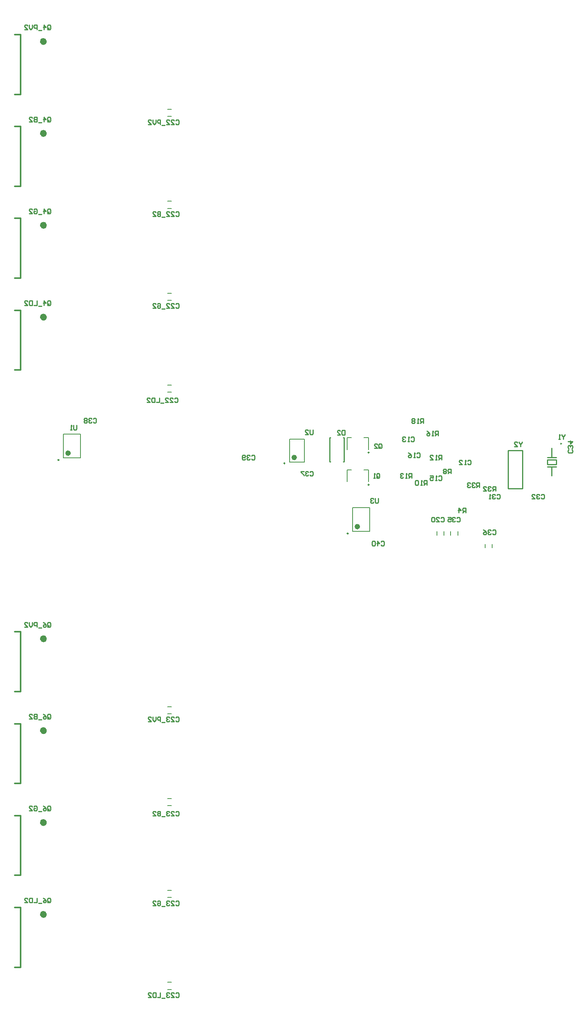
<source format=gbo>
G04 Layer_Color=32896*
%FSAX24Y24*%
%MOIN*%
G70*
G01*
G75*
%ADD29C,0.0100*%
%ADD30C,0.0120*%
%ADD52C,0.0394*%
%ADD53C,0.0098*%
%ADD54C,0.0236*%
%ADD56C,0.0079*%
D29*
X295315Y223425D02*
G03*
X295315Y223425I-000039J000000D01*
G01*
X294488Y220669D02*
Y221457D01*
X294094D02*
X294882D01*
X294094Y221654D02*
Y222047D01*
Y221654D02*
X294882D01*
Y222047D01*
X294094D02*
X294882D01*
X294488Y222244D02*
X294882D01*
X294094D02*
X294488D01*
Y223032D01*
X276693Y221890D02*
Y223937D01*
X275433Y221890D02*
Y223937D01*
X275512D01*
X276614D02*
X276693D01*
X276614Y221890D02*
X276693D01*
X275433D02*
X275512D01*
X290742Y219593D02*
X291992D01*
X290742Y222843D02*
X291992D01*
X290742Y219593D02*
Y222843D01*
X291992Y219593D02*
Y222843D01*
X279856Y215013D02*
X279921Y215079D01*
X280053D01*
X280118Y215013D01*
Y214751D01*
X280053Y214685D01*
X279921D01*
X279856Y214751D01*
X279528Y214685D02*
Y215079D01*
X279725Y214882D01*
X279462D01*
X279331Y215013D02*
X279265Y215079D01*
X279134D01*
X279069Y215013D01*
Y214751D01*
X279134Y214685D01*
X279265D01*
X279331Y214751D01*
Y215013D01*
X268745Y222392D02*
X268810Y222457D01*
X268942D01*
X269007Y222392D01*
Y222129D01*
X268942Y222064D01*
X268810D01*
X268745Y222129D01*
X268614Y222392D02*
X268548Y222457D01*
X268417D01*
X268351Y222392D01*
Y222326D01*
X268417Y222260D01*
X268482D01*
X268417D01*
X268351Y222195D01*
Y222129D01*
X268417Y222064D01*
X268548D01*
X268614Y222129D01*
X268220D02*
X268155Y222064D01*
X268023D01*
X267958Y222129D01*
Y222392D01*
X268023Y222457D01*
X268155D01*
X268220Y222392D01*
Y222326D01*
X268155Y222260D01*
X267958D01*
X255163Y225542D02*
X255229Y225607D01*
X255360D01*
X255426Y225542D01*
Y225279D01*
X255360Y225214D01*
X255229D01*
X255163Y225279D01*
X255032Y225542D02*
X254967Y225607D01*
X254835D01*
X254770Y225542D01*
Y225476D01*
X254835Y225410D01*
X254901D01*
X254835D01*
X254770Y225345D01*
Y225279D01*
X254835Y225214D01*
X254967D01*
X255032Y225279D01*
X254639Y225542D02*
X254573Y225607D01*
X254442D01*
X254376Y225542D01*
Y225476D01*
X254442Y225410D01*
X254376Y225345D01*
Y225279D01*
X254442Y225214D01*
X254573D01*
X254639Y225279D01*
Y225345D01*
X254573Y225410D01*
X254639Y225476D01*
Y225542D01*
X254573Y225410D02*
X254442D01*
X273753Y220997D02*
X273819Y221063D01*
X273950D01*
X274016Y220997D01*
Y220735D01*
X273950Y220669D01*
X273819D01*
X273753Y220735D01*
X273622Y220997D02*
X273557Y221063D01*
X273425D01*
X273360Y220997D01*
Y220932D01*
X273425Y220866D01*
X273491D01*
X273425D01*
X273360Y220800D01*
Y220735D01*
X273425Y220669D01*
X273557D01*
X273622Y220735D01*
X273229Y221063D02*
X272966D01*
Y220997D01*
X273229Y220735D01*
Y220669D01*
X251258Y251096D02*
Y251358D01*
X251323Y251424D01*
X251454D01*
X251520Y251358D01*
Y251096D01*
X251454Y251030D01*
X251323D01*
X251389Y251161D02*
X251258Y251030D01*
X251323D02*
X251258Y251096D01*
X250930Y251030D02*
Y251424D01*
X251126Y251227D01*
X250864D01*
X250733Y250964D02*
X250470D01*
X250339Y251424D02*
Y251030D01*
X250142D01*
X250077Y251096D01*
Y251161D01*
X250142Y251227D01*
X250339D01*
X250142D01*
X250077Y251292D01*
Y251358D01*
X250142Y251424D01*
X250339D01*
X249683Y251030D02*
X249946D01*
X249683Y251292D01*
Y251358D01*
X249749Y251424D01*
X249880D01*
X249946Y251358D01*
X251258Y243226D02*
Y243488D01*
X251323Y243554D01*
X251454D01*
X251520Y243488D01*
Y243226D01*
X251454Y243160D01*
X251323D01*
X251389Y243291D02*
X251258Y243160D01*
X251323D02*
X251258Y243226D01*
X250930Y243160D02*
Y243554D01*
X251126Y243357D01*
X250864D01*
X250733Y243094D02*
X250470D01*
X250077Y243488D02*
X250142Y243554D01*
X250274D01*
X250339Y243488D01*
Y243226D01*
X250274Y243160D01*
X250142D01*
X250077Y243226D01*
Y243357D01*
X250208D01*
X249683Y243160D02*
X249946D01*
X249683Y243422D01*
Y243488D01*
X249749Y243554D01*
X249880D01*
X249946Y243488D01*
X251258Y235346D02*
Y235608D01*
X251323Y235674D01*
X251454D01*
X251520Y235608D01*
Y235346D01*
X251454Y235280D01*
X251323D01*
X251389Y235411D02*
X251258Y235280D01*
X251323D02*
X251258Y235346D01*
X250930Y235280D02*
Y235674D01*
X251126Y235477D01*
X250864D01*
X250733Y235214D02*
X250470D01*
X250339Y235674D02*
Y235280D01*
X250077D01*
X249946Y235674D02*
Y235280D01*
X249749D01*
X249683Y235346D01*
Y235608D01*
X249749Y235674D01*
X249946D01*
X249290Y235280D02*
X249552D01*
X249290Y235542D01*
Y235608D01*
X249355Y235674D01*
X249487D01*
X249552Y235608D01*
X251258Y258976D02*
Y259238D01*
X251323Y259304D01*
X251454D01*
X251520Y259238D01*
Y258976D01*
X251454Y258910D01*
X251323D01*
X251389Y259041D02*
X251258Y258910D01*
X251323D02*
X251258Y258976D01*
X250930Y258910D02*
Y259304D01*
X251126Y259107D01*
X250864D01*
X250733Y258844D02*
X250470D01*
X250339Y258910D02*
Y259304D01*
X250142D01*
X250077Y259238D01*
Y259107D01*
X250142Y259041D01*
X250339D01*
X249946Y259304D02*
Y259041D01*
X249815Y258910D01*
X249683Y259041D01*
Y259304D01*
X249290Y258910D02*
X249552D01*
X249290Y259172D01*
Y259238D01*
X249355Y259304D01*
X249487D01*
X249552Y259238D01*
X251258Y199916D02*
Y200178D01*
X251323Y200244D01*
X251454D01*
X251520Y200178D01*
Y199916D01*
X251454Y199850D01*
X251323D01*
X251389Y199981D02*
X251258Y199850D01*
X251323D02*
X251258Y199916D01*
X250864Y200244D02*
X250995Y200178D01*
X251126Y200047D01*
Y199916D01*
X251061Y199850D01*
X250930D01*
X250864Y199916D01*
Y199981D01*
X250930Y200047D01*
X251126D01*
X250733Y199784D02*
X250470D01*
X250339Y200244D02*
Y199850D01*
X250142D01*
X250077Y199916D01*
Y199981D01*
X250142Y200047D01*
X250339D01*
X250142D01*
X250077Y200112D01*
Y200178D01*
X250142Y200244D01*
X250339D01*
X249683Y199850D02*
X249946D01*
X249683Y200112D01*
Y200178D01*
X249749Y200244D01*
X249880D01*
X249946Y200178D01*
X251258Y192046D02*
Y192308D01*
X251323Y192374D01*
X251454D01*
X251520Y192308D01*
Y192046D01*
X251454Y191980D01*
X251323D01*
X251389Y192111D02*
X251258Y191980D01*
X251323D02*
X251258Y192046D01*
X250864Y192374D02*
X250995Y192308D01*
X251126Y192177D01*
Y192046D01*
X251061Y191980D01*
X250930D01*
X250864Y192046D01*
Y192111D01*
X250930Y192177D01*
X251126D01*
X250733Y191914D02*
X250470D01*
X250077Y192308D02*
X250142Y192374D01*
X250274D01*
X250339Y192308D01*
Y192046D01*
X250274Y191980D01*
X250142D01*
X250077Y192046D01*
Y192177D01*
X250208D01*
X249683Y191980D02*
X249946D01*
X249683Y192242D01*
Y192308D01*
X249749Y192374D01*
X249880D01*
X249946Y192308D01*
X251258Y184166D02*
Y184428D01*
X251323Y184494D01*
X251454D01*
X251520Y184428D01*
Y184166D01*
X251454Y184100D01*
X251323D01*
X251389Y184231D02*
X251258Y184100D01*
X251323D02*
X251258Y184166D01*
X250864Y184494D02*
X250995Y184428D01*
X251126Y184297D01*
Y184166D01*
X251061Y184100D01*
X250930D01*
X250864Y184166D01*
Y184231D01*
X250930Y184297D01*
X251126D01*
X250733Y184034D02*
X250470D01*
X250339Y184494D02*
Y184100D01*
X250077D01*
X249946Y184494D02*
Y184100D01*
X249749D01*
X249683Y184166D01*
Y184428D01*
X249749Y184494D01*
X249946D01*
X249290Y184100D02*
X249552D01*
X249290Y184362D01*
Y184428D01*
X249355Y184494D01*
X249487D01*
X249552Y184428D01*
X251258Y207786D02*
Y208048D01*
X251323Y208114D01*
X251454D01*
X251520Y208048D01*
Y207786D01*
X251454Y207720D01*
X251323D01*
X251389Y207851D02*
X251258Y207720D01*
X251323D02*
X251258Y207786D01*
X250864Y208114D02*
X250995Y208048D01*
X251126Y207917D01*
Y207786D01*
X251061Y207720D01*
X250930D01*
X250864Y207786D01*
Y207851D01*
X250930Y207917D01*
X251126D01*
X250733Y207654D02*
X250470D01*
X250339Y207720D02*
Y208114D01*
X250142D01*
X250077Y208048D01*
Y207917D01*
X250142Y207851D01*
X250339D01*
X249946Y208114D02*
Y207851D01*
X249815Y207720D01*
X249683Y207851D01*
Y208114D01*
X249290Y207720D02*
X249552D01*
X249290Y207982D01*
Y208048D01*
X249355Y208114D01*
X249487D01*
X249552Y208048D01*
X287277Y221962D02*
X287343Y222027D01*
X287474D01*
X287539Y221962D01*
Y221699D01*
X287474Y221634D01*
X287343D01*
X287277Y221699D01*
X287146Y221634D02*
X287015D01*
X287080D01*
Y222027D01*
X287146Y221962D01*
X286555Y221634D02*
X286818D01*
X286555Y221896D01*
Y221962D01*
X286621Y222027D01*
X286752D01*
X286818Y221962D01*
X282415Y223950D02*
X282480Y224016D01*
X282612D01*
X282677Y223950D01*
Y223688D01*
X282612Y223622D01*
X282480D01*
X282415Y223688D01*
X282284Y223622D02*
X282152D01*
X282218D01*
Y224016D01*
X282284Y223950D01*
X281956D02*
X281890Y224016D01*
X281759D01*
X281693Y223950D01*
Y223884D01*
X281759Y223819D01*
X281824D01*
X281759D01*
X281693Y223753D01*
Y223688D01*
X281759Y223622D01*
X281890D01*
X281956Y223688D01*
X284777Y220604D02*
X284843Y220669D01*
X284974D01*
X285039Y220604D01*
Y220341D01*
X284974Y220276D01*
X284843D01*
X284777Y220341D01*
X284646Y220276D02*
X284515D01*
X284580D01*
Y220669D01*
X284646Y220604D01*
X284055Y220669D02*
X284318D01*
Y220472D01*
X284187Y220538D01*
X284121D01*
X284055Y220472D01*
Y220341D01*
X284121Y220276D01*
X284252D01*
X284318Y220341D01*
X282907Y222572D02*
X282973Y222638D01*
X283104D01*
X283169Y222572D01*
Y222310D01*
X283104Y222244D01*
X282973D01*
X282907Y222310D01*
X282776Y222244D02*
X282645D01*
X282710D01*
Y222638D01*
X282776Y222572D01*
X282185Y222638D02*
X282317Y222572D01*
X282448Y222441D01*
Y222310D01*
X282382Y222244D01*
X282251D01*
X282185Y222310D01*
Y222375D01*
X282251Y222441D01*
X282448D01*
X284974Y217060D02*
X285039Y217126D01*
X285171D01*
X285236Y217060D01*
Y216798D01*
X285171Y216732D01*
X285039D01*
X284974Y216798D01*
X284580Y216732D02*
X284843D01*
X284580Y216995D01*
Y217060D01*
X284646Y217126D01*
X284777D01*
X284843Y217060D01*
X284449D02*
X284383Y217126D01*
X284252D01*
X284187Y217060D01*
Y216798D01*
X284252Y216732D01*
X284383D01*
X284449Y216798D01*
Y217060D01*
X262238Y243241D02*
X262303Y243307D01*
X262434D01*
X262500Y243241D01*
Y242979D01*
X262434Y242913D01*
X262303D01*
X262238Y242979D01*
X261844Y242913D02*
X262106D01*
X261844Y243176D01*
Y243241D01*
X261910Y243307D01*
X262041D01*
X262106Y243241D01*
X261450Y242913D02*
X261713D01*
X261450Y243176D01*
Y243241D01*
X261516Y243307D01*
X261647D01*
X261713Y243241D01*
X261319Y242848D02*
X261057D01*
X260926Y243307D02*
Y242913D01*
X260729D01*
X260663Y242979D01*
Y243045D01*
X260729Y243110D01*
X260926D01*
X260729D01*
X260663Y243176D01*
Y243241D01*
X260729Y243307D01*
X260926D01*
X260270Y242913D02*
X260532D01*
X260270Y243176D01*
Y243241D01*
X260335Y243307D01*
X260467D01*
X260532Y243241D01*
X262238Y235367D02*
X262303Y235433D01*
X262434D01*
X262500Y235367D01*
Y235105D01*
X262434Y235039D01*
X262303D01*
X262238Y235105D01*
X261844Y235039D02*
X262106D01*
X261844Y235302D01*
Y235367D01*
X261910Y235433D01*
X262041D01*
X262106Y235367D01*
X261450Y235039D02*
X261713D01*
X261450Y235302D01*
Y235367D01*
X261516Y235433D01*
X261647D01*
X261713Y235367D01*
X261319Y234974D02*
X261057D01*
X260663Y235367D02*
X260729Y235433D01*
X260860D01*
X260926Y235367D01*
Y235105D01*
X260860Y235039D01*
X260729D01*
X260663Y235105D01*
Y235236D01*
X260795D01*
X260270Y235039D02*
X260532D01*
X260270Y235302D01*
Y235367D01*
X260335Y235433D01*
X260467D01*
X260532Y235367D01*
X262139Y227296D02*
X262205Y227362D01*
X262336D01*
X262402Y227296D01*
Y227034D01*
X262336Y226968D01*
X262205D01*
X262139Y227034D01*
X261746Y226968D02*
X262008D01*
X261746Y227231D01*
Y227296D01*
X261811Y227362D01*
X261942D01*
X262008Y227296D01*
X261352Y226968D02*
X261614D01*
X261352Y227231D01*
Y227296D01*
X261418Y227362D01*
X261549D01*
X261614Y227296D01*
X261221Y226903D02*
X260958D01*
X260827Y227362D02*
Y226968D01*
X260565D01*
X260434Y227362D02*
Y226968D01*
X260237D01*
X260171Y227034D01*
Y227296D01*
X260237Y227362D01*
X260434D01*
X259778Y226968D02*
X260040D01*
X259778Y227231D01*
Y227296D01*
X259843Y227362D01*
X259975D01*
X260040Y227296D01*
X262238Y251115D02*
X262303Y251181D01*
X262434D01*
X262500Y251115D01*
Y250853D01*
X262434Y250787D01*
X262303D01*
X262238Y250853D01*
X261844Y250787D02*
X262106D01*
X261844Y251050D01*
Y251115D01*
X261910Y251181D01*
X262041D01*
X262106Y251115D01*
X261450Y250787D02*
X261713D01*
X261450Y251050D01*
Y251115D01*
X261516Y251181D01*
X261647D01*
X261713Y251115D01*
X261319Y250722D02*
X261057D01*
X260926Y250787D02*
Y251181D01*
X260729D01*
X260663Y251115D01*
Y250984D01*
X260729Y250919D01*
X260926D01*
X260532Y251181D02*
Y250919D01*
X260401Y250787D01*
X260270Y250919D01*
Y251181D01*
X259876Y250787D02*
X260139D01*
X259876Y251050D01*
Y251115D01*
X259942Y251181D01*
X260073D01*
X260139Y251115D01*
X262238Y191863D02*
X262303Y191929D01*
X262434D01*
X262500Y191863D01*
Y191601D01*
X262434Y191535D01*
X262303D01*
X262238Y191601D01*
X261844Y191535D02*
X262106D01*
X261844Y191798D01*
Y191863D01*
X261910Y191929D01*
X262041D01*
X262106Y191863D01*
X261713D02*
X261647Y191929D01*
X261516D01*
X261450Y191863D01*
Y191798D01*
X261516Y191732D01*
X261582D01*
X261516D01*
X261450Y191667D01*
Y191601D01*
X261516Y191535D01*
X261647D01*
X261713Y191601D01*
X261319Y191470D02*
X261057D01*
X260926Y191929D02*
Y191535D01*
X260729D01*
X260663Y191601D01*
Y191667D01*
X260729Y191732D01*
X260926D01*
X260729D01*
X260663Y191798D01*
Y191863D01*
X260729Y191929D01*
X260926D01*
X260270Y191535D02*
X260532D01*
X260270Y191798D01*
Y191863D01*
X260335Y191929D01*
X260467D01*
X260532Y191863D01*
X262238Y184186D02*
X262303Y184252D01*
X262434D01*
X262500Y184186D01*
Y183924D01*
X262434Y183858D01*
X262303D01*
X262238Y183924D01*
X261844Y183858D02*
X262106D01*
X261844Y184121D01*
Y184186D01*
X261910Y184252D01*
X262041D01*
X262106Y184186D01*
X261713D02*
X261647Y184252D01*
X261516D01*
X261450Y184186D01*
Y184121D01*
X261516Y184055D01*
X261582D01*
X261516D01*
X261450Y183989D01*
Y183924D01*
X261516Y183858D01*
X261647D01*
X261713Y183924D01*
X261319Y183793D02*
X261057D01*
X260663Y184186D02*
X260729Y184252D01*
X260860D01*
X260926Y184186D01*
Y183924D01*
X260860Y183858D01*
X260729D01*
X260663Y183924D01*
Y184055D01*
X260795D01*
X260270Y183858D02*
X260532D01*
X260270Y184121D01*
Y184186D01*
X260335Y184252D01*
X260467D01*
X260532Y184186D01*
X262238Y176312D02*
X262303Y176378D01*
X262434D01*
X262500Y176312D01*
Y176050D01*
X262434Y175984D01*
X262303D01*
X262238Y176050D01*
X261844Y175984D02*
X262106D01*
X261844Y176247D01*
Y176312D01*
X261910Y176378D01*
X262041D01*
X262106Y176312D01*
X261713D02*
X261647Y176378D01*
X261516D01*
X261450Y176312D01*
Y176247D01*
X261516Y176181D01*
X261582D01*
X261516D01*
X261450Y176115D01*
Y176050D01*
X261516Y175984D01*
X261647D01*
X261713Y176050D01*
X261319Y175919D02*
X261057D01*
X260926Y176378D02*
Y175984D01*
X260663D01*
X260532Y176378D02*
Y175984D01*
X260335D01*
X260270Y176050D01*
Y176312D01*
X260335Y176378D01*
X260532D01*
X259876Y175984D02*
X260139D01*
X259876Y176247D01*
Y176312D01*
X259942Y176378D01*
X260073D01*
X260139Y176312D01*
X262238Y199934D02*
X262303Y200000D01*
X262434D01*
X262500Y199934D01*
Y199672D01*
X262434Y199606D01*
X262303D01*
X262238Y199672D01*
X261844Y199606D02*
X262106D01*
X261844Y199869D01*
Y199934D01*
X261910Y200000D01*
X262041D01*
X262106Y199934D01*
X261713D02*
X261647Y200000D01*
X261516D01*
X261450Y199934D01*
Y199869D01*
X261516Y199803D01*
X261582D01*
X261516D01*
X261450Y199737D01*
Y199672D01*
X261516Y199606D01*
X261647D01*
X261713Y199672D01*
X261319Y199541D02*
X261057D01*
X260926Y199606D02*
Y200000D01*
X260729D01*
X260663Y199934D01*
Y199803D01*
X260729Y199737D01*
X260926D01*
X260532Y200000D02*
Y199737D01*
X260401Y199606D01*
X260270Y199737D01*
Y200000D01*
X259876Y199606D02*
X260139D01*
X259876Y199869D01*
Y199934D01*
X259942Y200000D01*
X260073D01*
X260139Y199934D01*
X289777Y219029D02*
X289843Y219094D01*
X289974D01*
X290039Y219029D01*
Y218766D01*
X289974Y218701D01*
X289843D01*
X289777Y218766D01*
X289646Y219029D02*
X289580Y219094D01*
X289449D01*
X289383Y219029D01*
Y218963D01*
X289449Y218898D01*
X289515D01*
X289449D01*
X289383Y218832D01*
Y218766D01*
X289449Y218701D01*
X289580D01*
X289646Y218766D01*
X289252Y218701D02*
X289121D01*
X289187D01*
Y219094D01*
X289252Y219029D01*
X293576D02*
X293642Y219094D01*
X293773D01*
X293839Y219029D01*
Y218766D01*
X293773Y218701D01*
X293642D01*
X293576Y218766D01*
X293445Y219029D02*
X293379Y219094D01*
X293248D01*
X293183Y219029D01*
Y218963D01*
X293248Y218898D01*
X293314D01*
X293248D01*
X293183Y218832D01*
Y218766D01*
X293248Y218701D01*
X293379D01*
X293445Y218766D01*
X292789Y218701D02*
X293051D01*
X292789Y218963D01*
Y219029D01*
X292855Y219094D01*
X292986D01*
X293051Y219029D01*
X296194Y222900D02*
X296260Y222835D01*
Y222703D01*
X296194Y222638D01*
X295932D01*
X295866Y222703D01*
Y222835D01*
X295932Y222900D01*
X296194Y223031D02*
X296260Y223097D01*
Y223228D01*
X296194Y223294D01*
X296129D01*
X296063Y223228D01*
Y223163D01*
Y223228D01*
X295997Y223294D01*
X295932D01*
X295866Y223228D01*
Y223097D01*
X295932Y223031D01*
X295866Y223622D02*
X296260D01*
X296063Y223425D01*
Y223687D01*
X286352Y217060D02*
X286417Y217126D01*
X286549D01*
X286614Y217060D01*
Y216798D01*
X286549Y216732D01*
X286417D01*
X286352Y216798D01*
X286221Y217060D02*
X286155Y217126D01*
X286024D01*
X285958Y217060D01*
Y216995D01*
X286024Y216929D01*
X286089D01*
X286024D01*
X285958Y216863D01*
Y216798D01*
X286024Y216732D01*
X286155D01*
X286221Y216798D01*
X285565Y217126D02*
X285827D01*
Y216929D01*
X285696Y216995D01*
X285630D01*
X285565Y216929D01*
Y216798D01*
X285630Y216732D01*
X285761D01*
X285827Y216798D01*
X289403Y215978D02*
X289469Y216043D01*
X289600D01*
X289665Y215978D01*
Y215715D01*
X289600Y215650D01*
X289469D01*
X289403Y215715D01*
X289272Y215978D02*
X289206Y216043D01*
X289075D01*
X289009Y215978D01*
Y215912D01*
X289075Y215846D01*
X289141D01*
X289075D01*
X289009Y215781D01*
Y215715D01*
X289075Y215650D01*
X289206D01*
X289272Y215715D01*
X288616Y216043D02*
X288747Y215978D01*
X288878Y215846D01*
Y215715D01*
X288813Y215650D01*
X288681D01*
X288616Y215715D01*
Y215781D01*
X288681Y215846D01*
X288878D01*
X276752Y224586D02*
Y224193D01*
X276555D01*
X276490Y224259D01*
Y224521D01*
X276555Y224586D01*
X276752D01*
X276096Y224193D02*
X276358D01*
X276096Y224455D01*
Y224521D01*
X276162Y224586D01*
X276293D01*
X276358Y224521D01*
X279462Y220538D02*
Y220800D01*
X279528Y220866D01*
X279659D01*
X279724Y220800D01*
Y220538D01*
X279659Y220472D01*
X279528D01*
X279593Y220604D02*
X279462Y220472D01*
X279528D02*
X279462Y220538D01*
X279331Y220472D02*
X279200D01*
X279265D01*
Y220866D01*
X279331Y220800D01*
X279659Y223097D02*
Y223359D01*
X279724Y223425D01*
X279856D01*
X279921Y223359D01*
Y223097D01*
X279856Y223032D01*
X279724D01*
X279790Y223163D02*
X279659Y223032D01*
X279724D02*
X279659Y223097D01*
X279265Y223032D02*
X279528D01*
X279265Y223294D01*
Y223359D01*
X279331Y223425D01*
X279462D01*
X279528Y223359D01*
X287106Y217520D02*
Y217913D01*
X286910D01*
X286844Y217848D01*
Y217716D01*
X286910Y217651D01*
X287106D01*
X286975D02*
X286844Y217520D01*
X286516D02*
Y217913D01*
X286713Y217716D01*
X286450D01*
X285827Y220866D02*
Y221260D01*
X285630D01*
X285564Y221194D01*
Y221063D01*
X285630Y220997D01*
X285827D01*
X285696D02*
X285564Y220866D01*
X285433Y221194D02*
X285368Y221260D01*
X285236D01*
X285171Y221194D01*
Y221129D01*
X285236Y221063D01*
X285171Y220997D01*
Y220932D01*
X285236Y220866D01*
X285368D01*
X285433Y220932D01*
Y220997D01*
X285368Y221063D01*
X285433Y221129D01*
Y221194D01*
X285368Y221063D02*
X285236D01*
X283760Y219882D02*
Y220275D01*
X283563D01*
X283497Y220210D01*
Y220079D01*
X283563Y220013D01*
X283760D01*
X283629D02*
X283497Y219882D01*
X283366D02*
X283235D01*
X283301D01*
Y220275D01*
X283366Y220210D01*
X283038D02*
X282973Y220275D01*
X282841D01*
X282776Y220210D01*
Y219947D01*
X282841Y219882D01*
X282973D01*
X283038Y219947D01*
Y220210D01*
X285039Y222047D02*
Y222441D01*
X284843D01*
X284777Y222375D01*
Y222244D01*
X284843Y222178D01*
X285039D01*
X284908D02*
X284777Y222047D01*
X284646D02*
X284515D01*
X284580D01*
Y222441D01*
X284646Y222375D01*
X284055Y222047D02*
X284318D01*
X284055Y222310D01*
Y222375D01*
X284121Y222441D01*
X284252D01*
X284318Y222375D01*
X282480Y220472D02*
Y220866D01*
X282284D01*
X282218Y220800D01*
Y220669D01*
X282284Y220604D01*
X282480D01*
X282349D02*
X282218Y220472D01*
X282087D02*
X281956D01*
X282021D01*
Y220866D01*
X282087Y220800D01*
X281759D02*
X281693Y220866D01*
X281562D01*
X281496Y220800D01*
Y220735D01*
X281562Y220669D01*
X281628D01*
X281562D01*
X281496Y220604D01*
Y220538D01*
X281562Y220472D01*
X281693D01*
X281759Y220538D01*
X284744Y224114D02*
Y224508D01*
X284547D01*
X284482Y224442D01*
Y224311D01*
X284547Y224245D01*
X284744D01*
X284613D02*
X284482Y224114D01*
X284351D02*
X284219D01*
X284285D01*
Y224508D01*
X284351Y224442D01*
X283760Y224508D02*
X283891Y224442D01*
X284023Y224311D01*
Y224180D01*
X283957Y224114D01*
X283826D01*
X283760Y224180D01*
Y224245D01*
X283826Y224311D01*
X284023D01*
X283465Y225197D02*
Y225590D01*
X283268D01*
X283202Y225525D01*
Y225394D01*
X283268Y225328D01*
X283465D01*
X283333D02*
X283202Y225197D01*
X283071D02*
X282940D01*
X283005D01*
Y225590D01*
X283071Y225525D01*
X282743D02*
X282677Y225590D01*
X282546D01*
X282481Y225525D01*
Y225459D01*
X282546Y225394D01*
X282481Y225328D01*
Y225262D01*
X282546Y225197D01*
X282677D01*
X282743Y225262D01*
Y225328D01*
X282677Y225394D01*
X282743Y225459D01*
Y225525D01*
X282677Y225394D02*
X282546D01*
X289665Y219370D02*
Y219764D01*
X289469D01*
X289403Y219698D01*
Y219567D01*
X289469Y219501D01*
X289665D01*
X289534D02*
X289403Y219370D01*
X289272Y219698D02*
X289206Y219764D01*
X289075D01*
X289009Y219698D01*
Y219632D01*
X289075Y219567D01*
X289141D01*
X289075D01*
X289009Y219501D01*
Y219436D01*
X289075Y219370D01*
X289206D01*
X289272Y219436D01*
X288616Y219370D02*
X288878D01*
X288616Y219632D01*
Y219698D01*
X288681Y219764D01*
X288813D01*
X288878Y219698D01*
X288287Y219685D02*
Y220079D01*
X288091D01*
X288025Y220013D01*
Y219882D01*
X288091Y219816D01*
X288287D01*
X288156D02*
X288025Y219685D01*
X287894Y220013D02*
X287828Y220079D01*
X287697D01*
X287631Y220013D01*
Y219947D01*
X287697Y219882D01*
X287763D01*
X287697D01*
X287631Y219816D01*
Y219751D01*
X287697Y219685D01*
X287828D01*
X287894Y219751D01*
X287500Y220013D02*
X287435Y220079D01*
X287303D01*
X287238Y220013D01*
Y219947D01*
X287303Y219882D01*
X287369D01*
X287303D01*
X287238Y219816D01*
Y219751D01*
X287303Y219685D01*
X287435D01*
X287500Y219751D01*
X253740Y225000D02*
Y224672D01*
X253675Y224606D01*
X253543D01*
X253478Y224672D01*
Y225000D01*
X253347Y224606D02*
X253215D01*
X253281D01*
Y225000D01*
X253347Y224934D01*
X274000Y224624D02*
Y224296D01*
X273935Y224230D01*
X273804D01*
X273738Y224296D01*
Y224624D01*
X273344Y224230D02*
X273607D01*
X273344Y224492D01*
Y224558D01*
X273410Y224624D01*
X273541D01*
X273607Y224558D01*
X279598Y218732D02*
Y218404D01*
X279532Y218339D01*
X279401D01*
X279335Y218404D01*
Y218732D01*
X279204Y218667D02*
X279139Y218732D01*
X279007D01*
X278942Y218667D01*
Y218601D01*
X279007Y218536D01*
X279073D01*
X279007D01*
X278942Y218470D01*
Y218404D01*
X279007Y218339D01*
X279139D01*
X279204Y218404D01*
X295609Y224207D02*
Y224141D01*
X295478Y224010D01*
X295347Y224141D01*
Y224207D01*
X295478Y224010D02*
Y223813D01*
X295216D02*
X295085D01*
X295150D01*
Y224207D01*
X295216Y224141D01*
X291942Y223584D02*
Y223518D01*
X291810Y223387D01*
X291679Y223518D01*
Y223584D01*
X291810Y223387D02*
Y223190D01*
X291286D02*
X291548D01*
X291286Y223452D01*
Y223518D01*
X291351Y223584D01*
X291482D01*
X291548Y223518D01*
D30*
X248435Y202181D02*
X248927D01*
Y207299D01*
X248435D02*
X248927D01*
X248435Y183677D02*
X248927D01*
Y178559D02*
Y183677D01*
X248435Y178559D02*
X248927D01*
X248435Y186433D02*
X248927D01*
Y191551D01*
X248435D02*
X248927D01*
X248435Y199425D02*
X248927D01*
Y194307D02*
Y199425D01*
X248435Y194307D02*
X248927D01*
X248435Y253362D02*
X248927D01*
Y258480D01*
X248435D02*
X248927D01*
X248435Y234858D02*
X248927D01*
Y229740D02*
Y234858D01*
X248435Y229740D02*
X248927D01*
X248435Y237614D02*
X248927D01*
Y242732D01*
X248435D02*
X248927D01*
X248435Y250606D02*
X248927D01*
Y245488D02*
Y250606D01*
X248435Y245488D02*
X248927D01*
D52*
X250994Y206709D02*
G03*
X250994Y206709I-000098J000000D01*
G01*
Y183087D02*
G03*
X250994Y183087I-000098J000000D01*
G01*
Y190961D02*
G03*
X250994Y190961I-000098J000000D01*
G01*
Y198835D02*
G03*
X250994Y198835I-000098J000000D01*
G01*
Y257890D02*
G03*
X250994Y257890I-000098J000000D01*
G01*
Y234268D02*
G03*
X250994Y234268I-000098J000000D01*
G01*
Y242142D02*
G03*
X250994Y242142I-000098J000000D01*
G01*
Y250016D02*
G03*
X250994Y250016I-000098J000000D01*
G01*
D53*
X252234Y222028D02*
G03*
X252234Y222028I-000049J000000D01*
G01*
X278829Y222666D02*
G03*
X278829Y222666I-000049J000000D01*
G01*
Y219910D02*
G03*
X278829Y219910I-000049J000000D01*
G01*
X277037Y215728D02*
G03*
X277037Y215728I-000049J000000D01*
G01*
X271614Y221750D02*
G03*
X271614Y221750I-000049J000000D01*
G01*
D54*
X253130Y222618D02*
G03*
X253130Y222618I-000118J000000D01*
G01*
X277933Y216319D02*
G03*
X277933Y216319I-000118J000000D01*
G01*
X272520Y222244D02*
G03*
X272520Y222244I-000118J000000D01*
G01*
D56*
X252618Y222224D02*
Y224232D01*
X254075Y222224D02*
Y224232D01*
X252618Y222224D02*
X254075D01*
X252618Y224232D02*
X254075D01*
X261555Y227844D02*
X261870D01*
X261555Y228455D02*
X261870D01*
X276949Y223946D02*
X277323D01*
X276949Y222922D02*
Y223946D01*
X278386D02*
X278760D01*
Y222922D02*
Y223946D01*
X276949Y221190D02*
X277323D01*
X276949Y220166D02*
Y221190D01*
X278386D02*
X278760D01*
Y220166D02*
Y221190D01*
X277421Y215925D02*
Y217933D01*
X278878Y215925D02*
Y217933D01*
X277421Y215925D02*
X278878D01*
X277421Y217933D02*
X278878D01*
X272008Y221850D02*
Y223819D01*
X273268Y221850D02*
Y223819D01*
X272008Y221850D02*
X273268D01*
X272008Y223819D02*
X273268D01*
X261555Y251467D02*
X261870D01*
X261555Y252077D02*
X261870D01*
X261555Y243593D02*
X261870D01*
X261555Y244203D02*
X261870D01*
X261555Y235718D02*
X261870D01*
X261555Y236329D02*
X261870D01*
X261555Y200285D02*
X261870D01*
X261555Y200896D02*
X261870D01*
X261555Y184537D02*
X261870D01*
X261555Y185148D02*
X261870D01*
X261555Y192411D02*
X261870D01*
X261555Y193022D02*
X261870D01*
X261555Y176663D02*
X261870D01*
X261555Y177274D02*
X261870D01*
X285246Y215591D02*
Y215906D01*
X284636Y215591D02*
Y215906D01*
X286427Y215591D02*
Y215906D01*
X285817Y215591D02*
Y215906D01*
X288770Y214508D02*
Y214823D01*
X289380Y214508D02*
Y214823D01*
M02*

</source>
